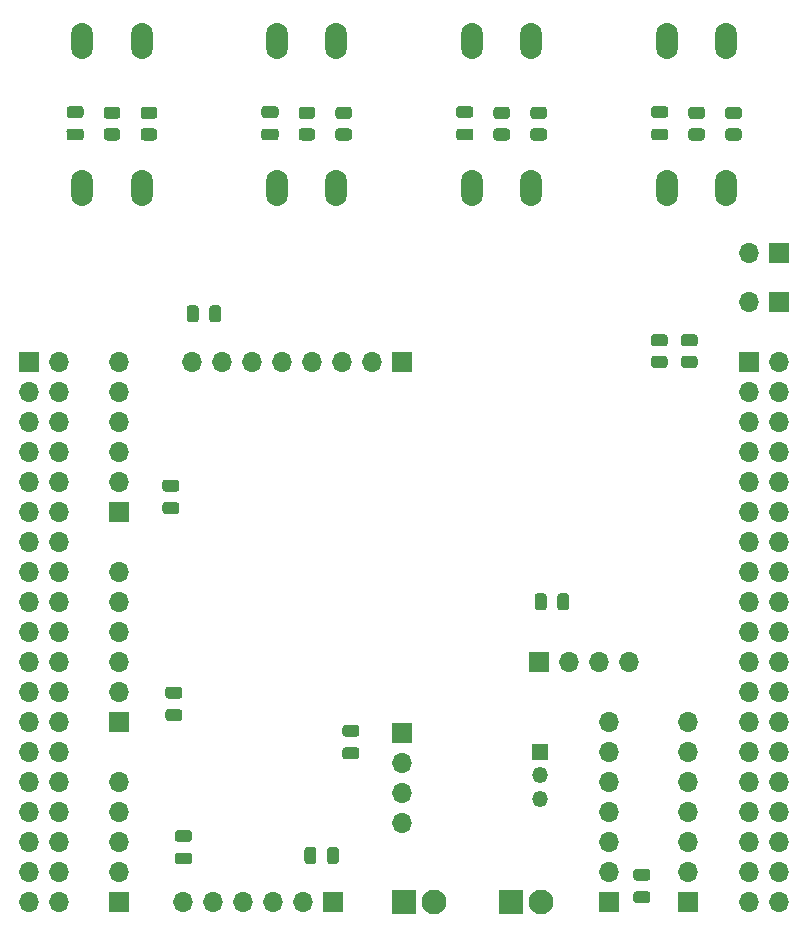
<source format=gbr>
%TF.GenerationSoftware,KiCad,Pcbnew,(5.1.10)-1*%
%TF.CreationDate,2024-07-04T18:25:42+02:00*%
%TF.ProjectId,ApiaryWaterDispensingSystem,41706961-7279-4576-9174-657244697370,rev?*%
%TF.SameCoordinates,Original*%
%TF.FileFunction,Soldermask,Bot*%
%TF.FilePolarity,Negative*%
%FSLAX46Y46*%
G04 Gerber Fmt 4.6, Leading zero omitted, Abs format (unit mm)*
G04 Created by KiCad (PCBNEW (5.1.10)-1) date 2024-07-04 18:25:42*
%MOMM*%
%LPD*%
G01*
G04 APERTURE LIST*
%ADD10O,1.700000X1.700000*%
%ADD11R,1.700000X1.700000*%
%ADD12O,1.350000X1.350000*%
%ADD13R,1.350000X1.350000*%
%ADD14O,1.850000X3.048000*%
%ADD15C,2.100000*%
%ADD16R,2.100000X2.100000*%
G04 APERTURE END LIST*
D10*
%TO.C,J4*%
X104000000Y-87100000D03*
X101460000Y-87100000D03*
X98920000Y-87100000D03*
D11*
X96380000Y-87100000D03*
%TD*%
D10*
%TO.C,J9*%
X102328280Y-94720860D03*
X102328280Y-99800860D03*
X102328280Y-97260860D03*
X102328280Y-92180860D03*
D11*
X102328280Y-107420860D03*
D10*
X102328280Y-102340860D03*
X102328280Y-104880860D03*
X109000000Y-92180000D03*
X109000000Y-94720000D03*
X109000000Y-97260000D03*
X109000000Y-99800000D03*
X109000000Y-102340000D03*
X109000000Y-104880000D03*
D11*
X109000000Y-107420000D03*
%TD*%
D10*
%TO.C,J15*%
X67000000Y-61740000D03*
X69540000Y-61740000D03*
X72080000Y-61740000D03*
X74620000Y-61740000D03*
X77160000Y-61740000D03*
X79700000Y-61740000D03*
X82240000Y-61740000D03*
D11*
X84780000Y-61740000D03*
%TD*%
D10*
%TO.C,J7*%
X55790000Y-107460000D03*
X53250000Y-107460000D03*
X55790000Y-104920000D03*
X53250000Y-104920000D03*
X55790000Y-102380000D03*
X53250000Y-102380000D03*
X55790000Y-99840000D03*
X53250000Y-99840000D03*
X55790000Y-97300000D03*
X53250000Y-97300000D03*
X55790000Y-94760000D03*
X53250000Y-94760000D03*
X55790000Y-92220000D03*
X53250000Y-92220000D03*
X55790000Y-89680000D03*
X53250000Y-89680000D03*
X55790000Y-87140000D03*
X53250000Y-87140000D03*
X55790000Y-84600000D03*
X53250000Y-84600000D03*
X55790000Y-82060000D03*
X53250000Y-82060000D03*
X55790000Y-79520000D03*
X53250000Y-79520000D03*
X55790000Y-76980000D03*
X53250000Y-76980000D03*
X55790000Y-74440000D03*
X53250000Y-74440000D03*
X55790000Y-71900000D03*
X53250000Y-71900000D03*
X55790000Y-69360000D03*
X53250000Y-69360000D03*
X55790000Y-66820000D03*
X53250000Y-66820000D03*
X55790000Y-64280000D03*
X53250000Y-64280000D03*
X55790000Y-61740000D03*
D11*
X53250000Y-61740000D03*
%TD*%
%TO.C,C12*%
G36*
G01*
X67584000Y-57161000D02*
X67584000Y-58111000D01*
G75*
G02*
X67334000Y-58361000I-250000J0D01*
G01*
X66834000Y-58361000D01*
G75*
G02*
X66584000Y-58111000I0J250000D01*
G01*
X66584000Y-57161000D01*
G75*
G02*
X66834000Y-56911000I250000J0D01*
G01*
X67334000Y-56911000D01*
G75*
G02*
X67584000Y-57161000I0J-250000D01*
G01*
G37*
G36*
G01*
X69484000Y-57161000D02*
X69484000Y-58111000D01*
G75*
G02*
X69234000Y-58361000I-250000J0D01*
G01*
X68734000Y-58361000D01*
G75*
G02*
X68484000Y-58111000I0J250000D01*
G01*
X68484000Y-57161000D01*
G75*
G02*
X68734000Y-56911000I250000J0D01*
G01*
X69234000Y-56911000D01*
G75*
G02*
X69484000Y-57161000I0J-250000D01*
G01*
G37*
%TD*%
%TO.C,C11*%
G36*
G01*
X97948000Y-82495000D02*
X97948000Y-81545000D01*
G75*
G02*
X98198000Y-81295000I250000J0D01*
G01*
X98698000Y-81295000D01*
G75*
G02*
X98948000Y-81545000I0J-250000D01*
G01*
X98948000Y-82495000D01*
G75*
G02*
X98698000Y-82745000I-250000J0D01*
G01*
X98198000Y-82745000D01*
G75*
G02*
X97948000Y-82495000I0J250000D01*
G01*
G37*
G36*
G01*
X96048000Y-82495000D02*
X96048000Y-81545000D01*
G75*
G02*
X96298000Y-81295000I250000J0D01*
G01*
X96798000Y-81295000D01*
G75*
G02*
X97048000Y-81545000I0J-250000D01*
G01*
X97048000Y-82495000D01*
G75*
G02*
X96798000Y-82745000I-250000J0D01*
G01*
X96298000Y-82745000D01*
G75*
G02*
X96048000Y-82495000I0J250000D01*
G01*
G37*
%TD*%
%TO.C,C10*%
G36*
G01*
X80005000Y-94350000D02*
X80955000Y-94350000D01*
G75*
G02*
X81205000Y-94600000I0J-250000D01*
G01*
X81205000Y-95100000D01*
G75*
G02*
X80955000Y-95350000I-250000J0D01*
G01*
X80005000Y-95350000D01*
G75*
G02*
X79755000Y-95100000I0J250000D01*
G01*
X79755000Y-94600000D01*
G75*
G02*
X80005000Y-94350000I250000J0D01*
G01*
G37*
G36*
G01*
X80005000Y-92450000D02*
X80955000Y-92450000D01*
G75*
G02*
X81205000Y-92700000I0J-250000D01*
G01*
X81205000Y-93200000D01*
G75*
G02*
X80955000Y-93450000I-250000J0D01*
G01*
X80005000Y-93450000D01*
G75*
G02*
X79755000Y-93200000I0J250000D01*
G01*
X79755000Y-92700000D01*
G75*
G02*
X80005000Y-92450000I250000J0D01*
G01*
G37*
%TD*%
%TO.C,C9*%
G36*
G01*
X65715000Y-72680000D02*
X64765000Y-72680000D01*
G75*
G02*
X64515000Y-72430000I0J250000D01*
G01*
X64515000Y-71930000D01*
G75*
G02*
X64765000Y-71680000I250000J0D01*
G01*
X65715000Y-71680000D01*
G75*
G02*
X65965000Y-71930000I0J-250000D01*
G01*
X65965000Y-72430000D01*
G75*
G02*
X65715000Y-72680000I-250000J0D01*
G01*
G37*
G36*
G01*
X65715000Y-74580000D02*
X64765000Y-74580000D01*
G75*
G02*
X64515000Y-74330000I0J250000D01*
G01*
X64515000Y-73830000D01*
G75*
G02*
X64765000Y-73580000I250000J0D01*
G01*
X65715000Y-73580000D01*
G75*
G02*
X65965000Y-73830000I0J-250000D01*
G01*
X65965000Y-74330000D01*
G75*
G02*
X65715000Y-74580000I-250000J0D01*
G01*
G37*
%TD*%
%TO.C,C8*%
G36*
G01*
X65825000Y-103250000D02*
X66775000Y-103250000D01*
G75*
G02*
X67025000Y-103500000I0J-250000D01*
G01*
X67025000Y-104000000D01*
G75*
G02*
X66775000Y-104250000I-250000J0D01*
G01*
X65825000Y-104250000D01*
G75*
G02*
X65575000Y-104000000I0J250000D01*
G01*
X65575000Y-103500000D01*
G75*
G02*
X65825000Y-103250000I250000J0D01*
G01*
G37*
G36*
G01*
X65825000Y-101350000D02*
X66775000Y-101350000D01*
G75*
G02*
X67025000Y-101600000I0J-250000D01*
G01*
X67025000Y-102100000D01*
G75*
G02*
X66775000Y-102350000I-250000J0D01*
G01*
X65825000Y-102350000D01*
G75*
G02*
X65575000Y-102100000I0J250000D01*
G01*
X65575000Y-101600000D01*
G75*
G02*
X65825000Y-101350000I250000J0D01*
G01*
G37*
%TD*%
%TO.C,C7*%
G36*
G01*
X65969000Y-90206000D02*
X65019000Y-90206000D01*
G75*
G02*
X64769000Y-89956000I0J250000D01*
G01*
X64769000Y-89456000D01*
G75*
G02*
X65019000Y-89206000I250000J0D01*
G01*
X65969000Y-89206000D01*
G75*
G02*
X66219000Y-89456000I0J-250000D01*
G01*
X66219000Y-89956000D01*
G75*
G02*
X65969000Y-90206000I-250000J0D01*
G01*
G37*
G36*
G01*
X65969000Y-92106000D02*
X65019000Y-92106000D01*
G75*
G02*
X64769000Y-91856000I0J250000D01*
G01*
X64769000Y-91356000D01*
G75*
G02*
X65019000Y-91106000I250000J0D01*
G01*
X65969000Y-91106000D01*
G75*
G02*
X66219000Y-91356000I0J-250000D01*
G01*
X66219000Y-91856000D01*
G75*
G02*
X65969000Y-92106000I-250000J0D01*
G01*
G37*
%TD*%
%TO.C,C6*%
G36*
G01*
X77550000Y-103025000D02*
X77550000Y-103975000D01*
G75*
G02*
X77300000Y-104225000I-250000J0D01*
G01*
X76800000Y-104225000D01*
G75*
G02*
X76550000Y-103975000I0J250000D01*
G01*
X76550000Y-103025000D01*
G75*
G02*
X76800000Y-102775000I250000J0D01*
G01*
X77300000Y-102775000D01*
G75*
G02*
X77550000Y-103025000I0J-250000D01*
G01*
G37*
G36*
G01*
X79450000Y-103025000D02*
X79450000Y-103975000D01*
G75*
G02*
X79200000Y-104225000I-250000J0D01*
G01*
X78700000Y-104225000D01*
G75*
G02*
X78450000Y-103975000I0J250000D01*
G01*
X78450000Y-103025000D01*
G75*
G02*
X78700000Y-102775000I250000J0D01*
G01*
X79200000Y-102775000D01*
G75*
G02*
X79450000Y-103025000I0J-250000D01*
G01*
G37*
%TD*%
%TO.C,C5*%
G36*
G01*
X105593000Y-105634000D02*
X104643000Y-105634000D01*
G75*
G02*
X104393000Y-105384000I0J250000D01*
G01*
X104393000Y-104884000D01*
G75*
G02*
X104643000Y-104634000I250000J0D01*
G01*
X105593000Y-104634000D01*
G75*
G02*
X105843000Y-104884000I0J-250000D01*
G01*
X105843000Y-105384000D01*
G75*
G02*
X105593000Y-105634000I-250000J0D01*
G01*
G37*
G36*
G01*
X105593000Y-107534000D02*
X104643000Y-107534000D01*
G75*
G02*
X104393000Y-107284000I0J250000D01*
G01*
X104393000Y-106784000D01*
G75*
G02*
X104643000Y-106534000I250000J0D01*
G01*
X105593000Y-106534000D01*
G75*
G02*
X105843000Y-106784000I0J-250000D01*
G01*
X105843000Y-107284000D01*
G75*
G02*
X105593000Y-107534000I-250000J0D01*
G01*
G37*
%TD*%
D10*
%TO.C,J1*%
X66300000Y-107420000D03*
X68840000Y-107420000D03*
X71380000Y-107420000D03*
X73920000Y-107420000D03*
X76460000Y-107420000D03*
D11*
X79000000Y-107420000D03*
%TD*%
D12*
%TO.C,J13*%
X96500000Y-98720000D03*
X96500000Y-96720000D03*
D13*
X96500000Y-94720000D03*
%TD*%
D10*
%TO.C,J3*%
X84800000Y-100720000D03*
X84800000Y-98180000D03*
X84800000Y-95640000D03*
D11*
X84800000Y-93100000D03*
%TD*%
D10*
%TO.C,J2*%
X60870000Y-97300000D03*
X60870000Y-99840000D03*
X60870000Y-102380000D03*
X60870000Y-104920000D03*
D11*
X60870000Y-107460000D03*
%TD*%
D10*
%TO.C,J6*%
X60870000Y-79520000D03*
X60870000Y-82060000D03*
X60870000Y-84600000D03*
X60870000Y-87140000D03*
X60870000Y-89680000D03*
D11*
X60870000Y-92220000D03*
%TD*%
D10*
%TO.C,J5*%
X60870000Y-61740000D03*
X60870000Y-64280000D03*
X60870000Y-66820000D03*
X60870000Y-69360000D03*
X60870000Y-71900000D03*
D11*
X60870000Y-74440000D03*
%TD*%
D10*
%TO.C,J10*%
X116750000Y-107460000D03*
X114210000Y-107460000D03*
X116750000Y-104920000D03*
X114210000Y-104920000D03*
X116750000Y-102380000D03*
X114210000Y-102380000D03*
X116750000Y-99840000D03*
X114210000Y-99840000D03*
X116750000Y-97300000D03*
X114210000Y-97300000D03*
X116750000Y-94760000D03*
X114210000Y-94760000D03*
X116750000Y-92220000D03*
X114210000Y-92220000D03*
X116750000Y-89680000D03*
X114210000Y-89680000D03*
X116750000Y-87140000D03*
X114210000Y-87140000D03*
X116750000Y-84600000D03*
X114210000Y-84600000D03*
X116750000Y-82060000D03*
X114210000Y-82060000D03*
X116750000Y-79520000D03*
X114210000Y-79520000D03*
X116750000Y-76980000D03*
X114210000Y-76980000D03*
X116750000Y-74440000D03*
X114210000Y-74440000D03*
X116750000Y-71900000D03*
X114210000Y-71900000D03*
X116750000Y-69360000D03*
X114210000Y-69360000D03*
X116750000Y-66820000D03*
X114210000Y-66820000D03*
X116750000Y-64280000D03*
X114210000Y-64280000D03*
X116750000Y-61740000D03*
D11*
X114210000Y-61740000D03*
%TD*%
D14*
%TO.C,SW4*%
X62750000Y-47000000D03*
X57750000Y-47000000D03*
X62750000Y-34500000D03*
X57750000Y-34500000D03*
%TD*%
%TO.C,SW3*%
X79250000Y-47000000D03*
X74250000Y-47000000D03*
X79250000Y-34500000D03*
X74250000Y-34500000D03*
%TD*%
%TO.C,SW2*%
X95750000Y-47000000D03*
X90750000Y-47000000D03*
X95750000Y-34500000D03*
X90750000Y-34500000D03*
%TD*%
%TO.C,SW1*%
X112250000Y-47000000D03*
X107250000Y-47000000D03*
X112250000Y-34500000D03*
X107250000Y-34500000D03*
%TD*%
%TO.C,R10*%
G36*
G01*
X63825001Y-41137500D02*
X62924999Y-41137500D01*
G75*
G02*
X62675000Y-40887501I0J249999D01*
G01*
X62675000Y-40362499D01*
G75*
G02*
X62924999Y-40112500I249999J0D01*
G01*
X63825001Y-40112500D01*
G75*
G02*
X64075000Y-40362499I0J-249999D01*
G01*
X64075000Y-40887501D01*
G75*
G02*
X63825001Y-41137500I-249999J0D01*
G01*
G37*
G36*
G01*
X63825001Y-42962500D02*
X62924999Y-42962500D01*
G75*
G02*
X62675000Y-42712501I0J249999D01*
G01*
X62675000Y-42187499D01*
G75*
G02*
X62924999Y-41937500I249999J0D01*
G01*
X63825001Y-41937500D01*
G75*
G02*
X64075000Y-42187499I0J-249999D01*
G01*
X64075000Y-42712501D01*
G75*
G02*
X63825001Y-42962500I-249999J0D01*
G01*
G37*
%TD*%
%TO.C,R9*%
G36*
G01*
X60700001Y-41137500D02*
X59799999Y-41137500D01*
G75*
G02*
X59550000Y-40887501I0J249999D01*
G01*
X59550000Y-40362499D01*
G75*
G02*
X59799999Y-40112500I249999J0D01*
G01*
X60700001Y-40112500D01*
G75*
G02*
X60950000Y-40362499I0J-249999D01*
G01*
X60950000Y-40887501D01*
G75*
G02*
X60700001Y-41137500I-249999J0D01*
G01*
G37*
G36*
G01*
X60700001Y-42962500D02*
X59799999Y-42962500D01*
G75*
G02*
X59550000Y-42712501I0J249999D01*
G01*
X59550000Y-42187499D01*
G75*
G02*
X59799999Y-41937500I249999J0D01*
G01*
X60700001Y-41937500D01*
G75*
G02*
X60950000Y-42187499I0J-249999D01*
G01*
X60950000Y-42712501D01*
G75*
G02*
X60700001Y-42962500I-249999J0D01*
G01*
G37*
%TD*%
%TO.C,R8*%
G36*
G01*
X80325001Y-41137500D02*
X79424999Y-41137500D01*
G75*
G02*
X79175000Y-40887501I0J249999D01*
G01*
X79175000Y-40362499D01*
G75*
G02*
X79424999Y-40112500I249999J0D01*
G01*
X80325001Y-40112500D01*
G75*
G02*
X80575000Y-40362499I0J-249999D01*
G01*
X80575000Y-40887501D01*
G75*
G02*
X80325001Y-41137500I-249999J0D01*
G01*
G37*
G36*
G01*
X80325001Y-42962500D02*
X79424999Y-42962500D01*
G75*
G02*
X79175000Y-42712501I0J249999D01*
G01*
X79175000Y-42187499D01*
G75*
G02*
X79424999Y-41937500I249999J0D01*
G01*
X80325001Y-41937500D01*
G75*
G02*
X80575000Y-42187499I0J-249999D01*
G01*
X80575000Y-42712501D01*
G75*
G02*
X80325001Y-42962500I-249999J0D01*
G01*
G37*
%TD*%
%TO.C,R7*%
G36*
G01*
X77200001Y-41137500D02*
X76299999Y-41137500D01*
G75*
G02*
X76050000Y-40887501I0J249999D01*
G01*
X76050000Y-40362499D01*
G75*
G02*
X76299999Y-40112500I249999J0D01*
G01*
X77200001Y-40112500D01*
G75*
G02*
X77450000Y-40362499I0J-249999D01*
G01*
X77450000Y-40887501D01*
G75*
G02*
X77200001Y-41137500I-249999J0D01*
G01*
G37*
G36*
G01*
X77200001Y-42962500D02*
X76299999Y-42962500D01*
G75*
G02*
X76050000Y-42712501I0J249999D01*
G01*
X76050000Y-42187499D01*
G75*
G02*
X76299999Y-41937500I249999J0D01*
G01*
X77200001Y-41937500D01*
G75*
G02*
X77450000Y-42187499I0J-249999D01*
G01*
X77450000Y-42712501D01*
G75*
G02*
X77200001Y-42962500I-249999J0D01*
G01*
G37*
%TD*%
%TO.C,R6*%
G36*
G01*
X96825001Y-41137500D02*
X95924999Y-41137500D01*
G75*
G02*
X95675000Y-40887501I0J249999D01*
G01*
X95675000Y-40362499D01*
G75*
G02*
X95924999Y-40112500I249999J0D01*
G01*
X96825001Y-40112500D01*
G75*
G02*
X97075000Y-40362499I0J-249999D01*
G01*
X97075000Y-40887501D01*
G75*
G02*
X96825001Y-41137500I-249999J0D01*
G01*
G37*
G36*
G01*
X96825001Y-42962500D02*
X95924999Y-42962500D01*
G75*
G02*
X95675000Y-42712501I0J249999D01*
G01*
X95675000Y-42187499D01*
G75*
G02*
X95924999Y-41937500I249999J0D01*
G01*
X96825001Y-41937500D01*
G75*
G02*
X97075000Y-42187499I0J-249999D01*
G01*
X97075000Y-42712501D01*
G75*
G02*
X96825001Y-42962500I-249999J0D01*
G01*
G37*
%TD*%
%TO.C,R5*%
G36*
G01*
X93700001Y-41137500D02*
X92799999Y-41137500D01*
G75*
G02*
X92550000Y-40887501I0J249999D01*
G01*
X92550000Y-40362499D01*
G75*
G02*
X92799999Y-40112500I249999J0D01*
G01*
X93700001Y-40112500D01*
G75*
G02*
X93950000Y-40362499I0J-249999D01*
G01*
X93950000Y-40887501D01*
G75*
G02*
X93700001Y-41137500I-249999J0D01*
G01*
G37*
G36*
G01*
X93700001Y-42962500D02*
X92799999Y-42962500D01*
G75*
G02*
X92550000Y-42712501I0J249999D01*
G01*
X92550000Y-42187499D01*
G75*
G02*
X92799999Y-41937500I249999J0D01*
G01*
X93700001Y-41937500D01*
G75*
G02*
X93950000Y-42187499I0J-249999D01*
G01*
X93950000Y-42712501D01*
G75*
G02*
X93700001Y-42962500I-249999J0D01*
G01*
G37*
%TD*%
%TO.C,R4*%
G36*
G01*
X113325001Y-41137500D02*
X112424999Y-41137500D01*
G75*
G02*
X112175000Y-40887501I0J249999D01*
G01*
X112175000Y-40362499D01*
G75*
G02*
X112424999Y-40112500I249999J0D01*
G01*
X113325001Y-40112500D01*
G75*
G02*
X113575000Y-40362499I0J-249999D01*
G01*
X113575000Y-40887501D01*
G75*
G02*
X113325001Y-41137500I-249999J0D01*
G01*
G37*
G36*
G01*
X113325001Y-42962500D02*
X112424999Y-42962500D01*
G75*
G02*
X112175000Y-42712501I0J249999D01*
G01*
X112175000Y-42187499D01*
G75*
G02*
X112424999Y-41937500I249999J0D01*
G01*
X113325001Y-41937500D01*
G75*
G02*
X113575000Y-42187499I0J-249999D01*
G01*
X113575000Y-42712501D01*
G75*
G02*
X113325001Y-42962500I-249999J0D01*
G01*
G37*
%TD*%
%TO.C,R3*%
G36*
G01*
X106139999Y-61187500D02*
X107040001Y-61187500D01*
G75*
G02*
X107290000Y-61437499I0J-249999D01*
G01*
X107290000Y-61962501D01*
G75*
G02*
X107040001Y-62212500I-249999J0D01*
G01*
X106139999Y-62212500D01*
G75*
G02*
X105890000Y-61962501I0J249999D01*
G01*
X105890000Y-61437499D01*
G75*
G02*
X106139999Y-61187500I249999J0D01*
G01*
G37*
G36*
G01*
X106139999Y-59362500D02*
X107040001Y-59362500D01*
G75*
G02*
X107290000Y-59612499I0J-249999D01*
G01*
X107290000Y-60137501D01*
G75*
G02*
X107040001Y-60387500I-249999J0D01*
G01*
X106139999Y-60387500D01*
G75*
G02*
X105890000Y-60137501I0J249999D01*
G01*
X105890000Y-59612499D01*
G75*
G02*
X106139999Y-59362500I249999J0D01*
G01*
G37*
%TD*%
%TO.C,R2*%
G36*
G01*
X110200001Y-41137500D02*
X109299999Y-41137500D01*
G75*
G02*
X109050000Y-40887501I0J249999D01*
G01*
X109050000Y-40362499D01*
G75*
G02*
X109299999Y-40112500I249999J0D01*
G01*
X110200001Y-40112500D01*
G75*
G02*
X110450000Y-40362499I0J-249999D01*
G01*
X110450000Y-40887501D01*
G75*
G02*
X110200001Y-41137500I-249999J0D01*
G01*
G37*
G36*
G01*
X110200001Y-42962500D02*
X109299999Y-42962500D01*
G75*
G02*
X109050000Y-42712501I0J249999D01*
G01*
X109050000Y-42187499D01*
G75*
G02*
X109299999Y-41937500I249999J0D01*
G01*
X110200001Y-41937500D01*
G75*
G02*
X110450000Y-42187499I0J-249999D01*
G01*
X110450000Y-42712501D01*
G75*
G02*
X110200001Y-42962500I-249999J0D01*
G01*
G37*
%TD*%
%TO.C,R1*%
G36*
G01*
X108679999Y-61187500D02*
X109580001Y-61187500D01*
G75*
G02*
X109830000Y-61437499I0J-249999D01*
G01*
X109830000Y-61962501D01*
G75*
G02*
X109580001Y-62212500I-249999J0D01*
G01*
X108679999Y-62212500D01*
G75*
G02*
X108430000Y-61962501I0J249999D01*
G01*
X108430000Y-61437499D01*
G75*
G02*
X108679999Y-61187500I249999J0D01*
G01*
G37*
G36*
G01*
X108679999Y-59362500D02*
X109580001Y-59362500D01*
G75*
G02*
X109830000Y-59612499I0J-249999D01*
G01*
X109830000Y-60137501D01*
G75*
G02*
X109580001Y-60387500I-249999J0D01*
G01*
X108679999Y-60387500D01*
G75*
G02*
X108430000Y-60137501I0J249999D01*
G01*
X108430000Y-59612499D01*
G75*
G02*
X108679999Y-59362500I249999J0D01*
G01*
G37*
%TD*%
D10*
%TO.C,J16*%
X114210000Y-52500000D03*
D11*
X116750000Y-52500000D03*
%TD*%
D15*
%TO.C,J14*%
X87540000Y-107460000D03*
D16*
X85000000Y-107460000D03*
%TD*%
D15*
%TO.C,J12*%
X96540000Y-107460000D03*
D16*
X94000000Y-107460000D03*
%TD*%
D10*
%TO.C,J8*%
X114210000Y-56620000D03*
D11*
X116750000Y-56620000D03*
%TD*%
%TO.C,C4*%
G36*
G01*
X56650000Y-41950000D02*
X57600000Y-41950000D01*
G75*
G02*
X57850000Y-42200000I0J-250000D01*
G01*
X57850000Y-42700000D01*
G75*
G02*
X57600000Y-42950000I-250000J0D01*
G01*
X56650000Y-42950000D01*
G75*
G02*
X56400000Y-42700000I0J250000D01*
G01*
X56400000Y-42200000D01*
G75*
G02*
X56650000Y-41950000I250000J0D01*
G01*
G37*
G36*
G01*
X56650000Y-40050000D02*
X57600000Y-40050000D01*
G75*
G02*
X57850000Y-40300000I0J-250000D01*
G01*
X57850000Y-40800000D01*
G75*
G02*
X57600000Y-41050000I-250000J0D01*
G01*
X56650000Y-41050000D01*
G75*
G02*
X56400000Y-40800000I0J250000D01*
G01*
X56400000Y-40300000D01*
G75*
G02*
X56650000Y-40050000I250000J0D01*
G01*
G37*
%TD*%
%TO.C,C3*%
G36*
G01*
X73150000Y-41950000D02*
X74100000Y-41950000D01*
G75*
G02*
X74350000Y-42200000I0J-250000D01*
G01*
X74350000Y-42700000D01*
G75*
G02*
X74100000Y-42950000I-250000J0D01*
G01*
X73150000Y-42950000D01*
G75*
G02*
X72900000Y-42700000I0J250000D01*
G01*
X72900000Y-42200000D01*
G75*
G02*
X73150000Y-41950000I250000J0D01*
G01*
G37*
G36*
G01*
X73150000Y-40050000D02*
X74100000Y-40050000D01*
G75*
G02*
X74350000Y-40300000I0J-250000D01*
G01*
X74350000Y-40800000D01*
G75*
G02*
X74100000Y-41050000I-250000J0D01*
G01*
X73150000Y-41050000D01*
G75*
G02*
X72900000Y-40800000I0J250000D01*
G01*
X72900000Y-40300000D01*
G75*
G02*
X73150000Y-40050000I250000J0D01*
G01*
G37*
%TD*%
%TO.C,C2*%
G36*
G01*
X89650000Y-41950000D02*
X90600000Y-41950000D01*
G75*
G02*
X90850000Y-42200000I0J-250000D01*
G01*
X90850000Y-42700000D01*
G75*
G02*
X90600000Y-42950000I-250000J0D01*
G01*
X89650000Y-42950000D01*
G75*
G02*
X89400000Y-42700000I0J250000D01*
G01*
X89400000Y-42200000D01*
G75*
G02*
X89650000Y-41950000I250000J0D01*
G01*
G37*
G36*
G01*
X89650000Y-40050000D02*
X90600000Y-40050000D01*
G75*
G02*
X90850000Y-40300000I0J-250000D01*
G01*
X90850000Y-40800000D01*
G75*
G02*
X90600000Y-41050000I-250000J0D01*
G01*
X89650000Y-41050000D01*
G75*
G02*
X89400000Y-40800000I0J250000D01*
G01*
X89400000Y-40300000D01*
G75*
G02*
X89650000Y-40050000I250000J0D01*
G01*
G37*
%TD*%
%TO.C,C1*%
G36*
G01*
X106150000Y-41950000D02*
X107100000Y-41950000D01*
G75*
G02*
X107350000Y-42200000I0J-250000D01*
G01*
X107350000Y-42700000D01*
G75*
G02*
X107100000Y-42950000I-250000J0D01*
G01*
X106150000Y-42950000D01*
G75*
G02*
X105900000Y-42700000I0J250000D01*
G01*
X105900000Y-42200000D01*
G75*
G02*
X106150000Y-41950000I250000J0D01*
G01*
G37*
G36*
G01*
X106150000Y-40050000D02*
X107100000Y-40050000D01*
G75*
G02*
X107350000Y-40300000I0J-250000D01*
G01*
X107350000Y-40800000D01*
G75*
G02*
X107100000Y-41050000I-250000J0D01*
G01*
X106150000Y-41050000D01*
G75*
G02*
X105900000Y-40800000I0J250000D01*
G01*
X105900000Y-40300000D01*
G75*
G02*
X106150000Y-40050000I250000J0D01*
G01*
G37*
%TD*%
M02*

</source>
